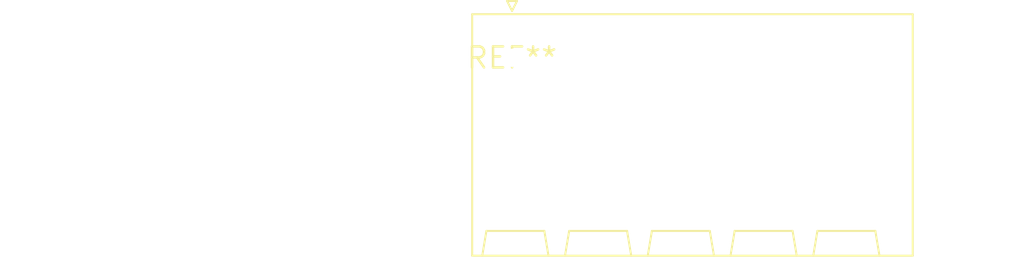
<source format=kicad_pcb>
(kicad_pcb (version 20240108) (generator pcbnew)
  (layers (0 "F.Cu" signal) (31 "B.Cu" signal) (34 "B.Paste" user) (35 "F.Paste" user) (36 "B.SilkS" user "B.Silkscreen") (37 "F.SilkS" user "F.Silkscreen") (38 "B.Mask" user) (39 "F.Mask" user) (44 "Edge.Cuts" user))
  (net 0 "")
  (footprint "PhoenixContact_SPT_2.5_5-H-5.0-EX_1x05_P5.0mm_Horizontal" (layer "F.Cu") (at 0 0)
    (property "Reference" "REF**")
    (property "Value" "PhoenixContact_SPT_2.5_5-H-5.0-EX_1x05_P5.0mm_Horizontal")
    (fp_line (start -2.41 -2.64) (end 24.21 -2.64) (layer "F.SilkS") (stroke (width 0.12)))
    (fp_line (start -2.41 11.98) (end -2.41 -2.64) (layer "F.SilkS") (stroke (width 0.12)))
    (fp_line (start -1.8 11.98) (end -1.55 10.48) (layer "F.SilkS") (stroke (width 0.12)))
    (fp_line (start -1.55 10.48) (end 1.95 10.48) (layer "F.SilkS") (stroke (width 0.12)))
    (fp_line (start -0.3 -3.44) (end 0 -2.84) (layer "F.SilkS") (stroke (width 0.12)))
    (fp_line (start -0.3 -3.44) (end 0.3 -3.44) (layer "F.SilkS") (stroke (width 0.12)))
    (fp_line (start 0.3 -3.44) (end 0 -2.84) (layer "F.SilkS") (stroke (width 0.12)))
    (fp_line (start 2.2 11.98) (end 1.95 10.48) (layer "F.SilkS") (stroke (width 0.12)))
    (fp_line (start 3.2 11.98) (end 3.45 10.48) (layer "F.SilkS") (stroke (width 0.12)))
    (fp_line (start 3.45 10.48) (end 6.95 10.48) (layer "F.SilkS") (stroke (width 0.12)))
    (fp_line (start 7.2 11.98) (end 6.95 10.48) (layer "F.SilkS") (stroke (width 0.12)))
    (fp_line (start 8.2 11.98) (end 8.45 10.48) (layer "F.SilkS") (stroke (width 0.12)))
    (fp_line (start 8.45 10.48) (end 11.95 10.48) (layer "F.SilkS") (stroke (width 0.12)))
    (fp_line (start 12.2 11.98) (end 11.95 10.48) (layer "F.SilkS") (stroke (width 0.12)))
    (fp_line (start 13.2 11.98) (end 13.45 10.48) (layer "F.SilkS") (stroke (width 0.12)))
    (fp_line (start 13.45 10.48) (end 16.95 10.48) (layer "F.SilkS") (stroke (width 0.12)))
    (fp_line (start 17.2 11.98) (end 16.95 10.48) (layer "F.SilkS") (stroke (width 0.12)))
    (fp_line (start 18.2 11.98) (end 18.45 10.48) (layer "F.SilkS") (stroke (width 0.12)))
    (fp_line (start 18.45 10.48) (end 21.95 10.48) (layer "F.SilkS") (stroke (width 0.12)))
    (fp_line (start 22.2 11.98) (end 21.95 10.48) (layer "F.SilkS") (stroke (width 0.12)))
    (fp_line (start 24.21 -2.64) (end 24.21 11.98) (layer "F.SilkS") (stroke (width 0.12)))
    (fp_line (start 24.21 11.98) (end -2.41 11.98) (layer "F.SilkS") (stroke (width 0.12)))
    (pad "1" thru_hole roundrect (at 0 0) (size 1.8 3.3) (drill 1.1) (layers *.Cu *.Mask) (remove_unused_layers) (roundrect_rratio 0.138889))
    (pad "1" thru_hole roundrect (at 0 8.2) (size 1.8 3.3) (drill 1.1) (layers *.Cu *.Mask) (remove_unused_layers) (roundrect_rratio 0.138889))
    (pad "2" thru_hole oval (at 5 0) (size 1.8 3.3) (drill 1.1) (layers *.Cu *.Mask) (remove_unused_layers))
    (pad "2" thru_hole oval (at 5 8.2) (size 1.8 3.3) (drill 1.1) (layers *.Cu *.Mask) (remove_unused_layers))
    (pad "3" thru_hole oval (at 10 0) (size 1.8 3.3) (drill 1.1) (layers *.Cu *.Mask) (remove_unused_layers))
    (pad "3" thru_hole oval (at 10 8.2) (size 1.8 3.3) (drill 1.1) (layers *.Cu *.Mask) (remove_unused_layers))
    (pad "4" thru_hole oval (at 15 0) (size 1.8 3.3) (drill 1.1) (layers *.Cu *.Mask) (remove_unused_layers))
    (pad "4" thru_hole oval (at 15 8.2) (size 1.8 3.3) (drill 1.1) (layers *.Cu *.Mask) (remove_unused_layers))
    (pad "5" thru_hole oval (at 20 0) (size 1.8 3.3) (drill 1.1) (layers *.Cu *.Mask) (remove_unused_layers))
    (pad "5" thru_hole oval (at 20 8.2) (size 1.8 3.3) (drill 1.1) (layers *.Cu *.Mask) (remove_unused_layers))
  )
)
</source>
